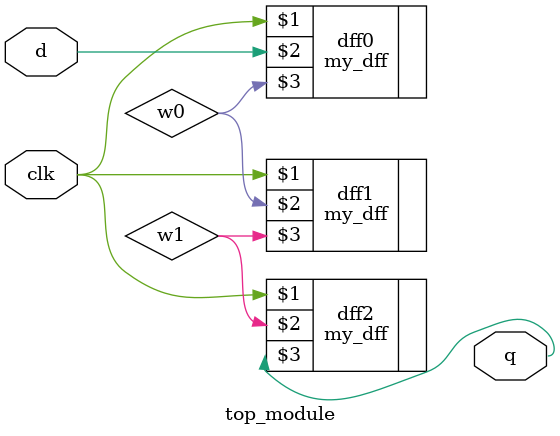
<source format=v>
module top_module ( input clk, input d, output q );
    wire w0,w1;
    my_dff dff0(clk,d,w0);
    my_dff dff1(clk,w0,w1);
    my_dff dff2(clk,w1,q);
endmodule
</source>
